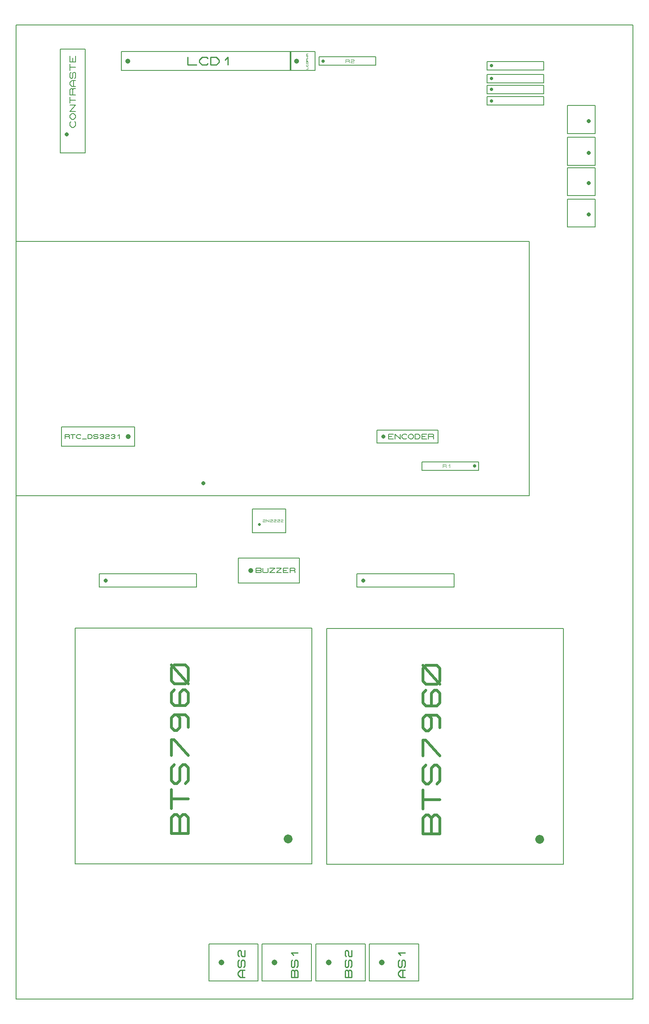
<source format=gbr>
G04 PROTEUS GERBER X2 FILE*
%TF.GenerationSoftware,Labcenter,Proteus,8.11-SP0-Build30052*%
%TF.CreationDate,2022-02-17T19:40:43+00:00*%
%TF.FileFunction,AssemblyDrawing,Top*%
%TF.FilePolarity,Positive*%
%TF.Part,Single*%
%TF.SameCoordinates,{fa563668-36b4-49a2-8e21-0a91219477cd}*%
%FSLAX45Y45*%
%MOMM*%
G01*
%TA.AperFunction,Profile*%
%ADD20C,0.203200*%
%TA.AperFunction,Material*%
%ADD24C,0.203200*%
%ADD34C,0.812800*%
%ADD35C,1.828800*%
%ADD36C,0.583020*%
%ADD37C,1.219200*%
%ADD38C,0.229610*%
%ADD39C,1.016000*%
%ADD40C,0.266700*%
%ADD41C,0.063330*%
%ADD42C,0.156020*%
%ADD43C,0.159170*%
%ADD44C,0.191910*%
%ADD45C,0.609600*%
%ADD46C,0.084240*%
%ADD47C,0.711200*%
%ADD48C,0.110230*%
%ADD49C,0.133600*%
%TD.AperFunction*%
D20*
X-11500000Y-9450000D02*
X+1500000Y-9450000D01*
X+1500000Y+11050000D01*
X-11500000Y+11050000D01*
X-11500000Y-9450000D01*
D24*
X-9745160Y-777160D02*
X-7692840Y-777160D01*
X-7692840Y-502840D01*
X-9745160Y-502840D01*
X-9745160Y-777160D01*
D34*
X-9608000Y-640000D02*
X-9608000Y-640000D01*
D24*
X-4320160Y-777160D02*
X-2267840Y-777160D01*
X-2267840Y-502840D01*
X-4320160Y-502840D01*
X-4320160Y-777160D01*
D34*
X-4183000Y-640000D02*
X-4183000Y-640000D01*
D24*
X-4949860Y-6610460D02*
X+36160Y-6610460D01*
X+36160Y-1649840D01*
X-4949860Y-1649840D01*
X-4949860Y-6610460D01*
D35*
X-464000Y-6090000D02*
X-464000Y-6090000D01*
D36*
X-2577742Y-5966673D02*
X-2927557Y-5966673D01*
X-2927557Y-5638723D01*
X-2869254Y-5573133D01*
X-2810952Y-5573133D01*
X-2752650Y-5638723D01*
X-2694347Y-5573133D01*
X-2636045Y-5573133D01*
X-2577742Y-5638723D01*
X-2577742Y-5966673D01*
X-2752650Y-5966673D02*
X-2752650Y-5638723D01*
X-2927557Y-5441952D02*
X-2927557Y-5048412D01*
X-2927557Y-5245182D02*
X-2577742Y-5245182D01*
X-2636045Y-4917231D02*
X-2577742Y-4851641D01*
X-2577742Y-4589281D01*
X-2636045Y-4523691D01*
X-2694347Y-4523691D01*
X-2752650Y-4589281D01*
X-2752650Y-4851641D01*
X-2810952Y-4917231D01*
X-2869254Y-4917231D01*
X-2927557Y-4851641D01*
X-2927557Y-4589281D01*
X-2869254Y-4523691D01*
X-2927557Y-4326920D02*
X-2927557Y-3998970D01*
X-2869254Y-3998970D01*
X-2577742Y-4326920D01*
X-2810952Y-3474249D02*
X-2752650Y-3539839D01*
X-2752650Y-3736609D01*
X-2810952Y-3802199D01*
X-2869254Y-3802199D01*
X-2927557Y-3736609D01*
X-2927557Y-3539839D01*
X-2869254Y-3474249D01*
X-2636045Y-3474249D01*
X-2577742Y-3539839D01*
X-2577742Y-3736609D01*
X-2869254Y-2949528D02*
X-2927557Y-3015118D01*
X-2927557Y-3211888D01*
X-2869254Y-3277478D01*
X-2636045Y-3277478D01*
X-2577742Y-3211888D01*
X-2577742Y-3015118D01*
X-2636045Y-2949528D01*
X-2694347Y-2949528D01*
X-2752650Y-3015118D01*
X-2752650Y-3277478D01*
X-2636045Y-2818347D02*
X-2869254Y-2818347D01*
X-2927557Y-2752757D01*
X-2927557Y-2490397D01*
X-2869254Y-2424807D01*
X-2636045Y-2424807D01*
X-2577742Y-2490397D01*
X-2577742Y-2752757D01*
X-2636045Y-2818347D01*
X-2577742Y-2818347D02*
X-2927557Y-2424807D01*
D24*
X-10249860Y-6600460D02*
X-5263840Y-6600460D01*
X-5263840Y-1639840D01*
X-10249860Y-1639840D01*
X-10249860Y-6600460D01*
D35*
X-5764000Y-6080000D02*
X-5764000Y-6080000D01*
D36*
X-7877742Y-5956673D02*
X-8227557Y-5956673D01*
X-8227557Y-5628723D01*
X-8169254Y-5563133D01*
X-8110952Y-5563133D01*
X-8052650Y-5628723D01*
X-7994347Y-5563133D01*
X-7936045Y-5563133D01*
X-7877742Y-5628723D01*
X-7877742Y-5956673D01*
X-8052650Y-5956673D02*
X-8052650Y-5628723D01*
X-8227557Y-5431952D02*
X-8227557Y-5038412D01*
X-8227557Y-5235182D02*
X-7877742Y-5235182D01*
X-7936045Y-4907231D02*
X-7877742Y-4841641D01*
X-7877742Y-4579281D01*
X-7936045Y-4513691D01*
X-7994347Y-4513691D01*
X-8052650Y-4579281D01*
X-8052650Y-4841641D01*
X-8110952Y-4907231D01*
X-8169254Y-4907231D01*
X-8227557Y-4841641D01*
X-8227557Y-4579281D01*
X-8169254Y-4513691D01*
X-8227557Y-4316920D02*
X-8227557Y-3988970D01*
X-8169254Y-3988970D01*
X-7877742Y-4316920D01*
X-8110952Y-3464249D02*
X-8052650Y-3529839D01*
X-8052650Y-3726609D01*
X-8110952Y-3792199D01*
X-8169254Y-3792199D01*
X-8227557Y-3726609D01*
X-8227557Y-3529839D01*
X-8169254Y-3464249D01*
X-7936045Y-3464249D01*
X-7877742Y-3529839D01*
X-7877742Y-3726609D01*
X-8169254Y-2939528D02*
X-8227557Y-3005118D01*
X-8227557Y-3201888D01*
X-8169254Y-3267478D01*
X-7936045Y-3267478D01*
X-7877742Y-3201888D01*
X-7877742Y-3005118D01*
X-7936045Y-2939528D01*
X-7994347Y-2939528D01*
X-8052650Y-3005118D01*
X-8052650Y-3267478D01*
X-7936045Y-2808347D02*
X-8169254Y-2808347D01*
X-8227557Y-2742757D01*
X-8227557Y-2480397D01*
X-8169254Y-2414807D01*
X-7936045Y-2414807D01*
X-7877742Y-2480397D01*
X-7877742Y-2742757D01*
X-7936045Y-2808347D01*
X-7877742Y-2808347D02*
X-8227557Y-2414807D01*
D24*
X-4054160Y-9071160D02*
X-3017840Y-9071160D01*
X-3017840Y-8288840D01*
X-4054160Y-8288840D01*
X-4054160Y-9071160D01*
D37*
X-3790000Y-8680000D02*
X-3790000Y-8680000D01*
D38*
X-3304555Y-8989981D02*
X-3396401Y-8989981D01*
X-3442324Y-8938318D01*
X-3442324Y-8886654D01*
X-3396401Y-8834991D01*
X-3304555Y-8834991D01*
X-3350478Y-8989981D02*
X-3350478Y-8834991D01*
X-3327516Y-8783327D02*
X-3304555Y-8757496D01*
X-3304555Y-8654169D01*
X-3327516Y-8628337D01*
X-3350478Y-8628337D01*
X-3373440Y-8654169D01*
X-3373440Y-8757496D01*
X-3396401Y-8783327D01*
X-3419363Y-8783327D01*
X-3442324Y-8757496D01*
X-3442324Y-8654169D01*
X-3419363Y-8628337D01*
X-3396401Y-8525010D02*
X-3442324Y-8473346D01*
X-3304555Y-8473346D01*
D24*
X-7434540Y-9071160D02*
X-6398220Y-9071160D01*
X-6398220Y-8288840D01*
X-7434540Y-8288840D01*
X-7434540Y-9071160D01*
D37*
X-7170380Y-8680000D02*
X-7170380Y-8680000D01*
D38*
X-6684935Y-8989981D02*
X-6776781Y-8989981D01*
X-6822704Y-8938318D01*
X-6822704Y-8886654D01*
X-6776781Y-8834991D01*
X-6684935Y-8834991D01*
X-6730858Y-8989981D02*
X-6730858Y-8834991D01*
X-6707896Y-8783327D02*
X-6684935Y-8757496D01*
X-6684935Y-8654169D01*
X-6707896Y-8628337D01*
X-6730858Y-8628337D01*
X-6753820Y-8654169D01*
X-6753820Y-8757496D01*
X-6776781Y-8783327D01*
X-6799743Y-8783327D01*
X-6822704Y-8757496D01*
X-6822704Y-8654169D01*
X-6799743Y-8628337D01*
X-6799743Y-8550842D02*
X-6822704Y-8525010D01*
X-6822704Y-8447515D01*
X-6799743Y-8421683D01*
X-6776781Y-8421683D01*
X-6753820Y-8447515D01*
X-6753820Y-8525010D01*
X-6730858Y-8550842D01*
X-6684935Y-8550842D01*
X-6684935Y-8421683D01*
D24*
X-6314160Y-9071160D02*
X-5277840Y-9071160D01*
X-5277840Y-8288840D01*
X-6314160Y-8288840D01*
X-6314160Y-9071160D01*
D37*
X-6050000Y-8680000D02*
X-6050000Y-8680000D01*
D38*
X-5564555Y-8989981D02*
X-5702324Y-8989981D01*
X-5702324Y-8860823D01*
X-5679363Y-8834991D01*
X-5656401Y-8834991D01*
X-5633440Y-8860823D01*
X-5610478Y-8834991D01*
X-5587516Y-8834991D01*
X-5564555Y-8860823D01*
X-5564555Y-8989981D01*
X-5633440Y-8989981D02*
X-5633440Y-8860823D01*
X-5587516Y-8783327D02*
X-5564555Y-8757496D01*
X-5564555Y-8654169D01*
X-5587516Y-8628337D01*
X-5610478Y-8628337D01*
X-5633440Y-8654169D01*
X-5633440Y-8757496D01*
X-5656401Y-8783327D01*
X-5679363Y-8783327D01*
X-5702324Y-8757496D01*
X-5702324Y-8654169D01*
X-5679363Y-8628337D01*
X-5656401Y-8525010D02*
X-5702324Y-8473346D01*
X-5564555Y-8473346D01*
D24*
X-5179160Y-9071160D02*
X-4142840Y-9071160D01*
X-4142840Y-8288840D01*
X-5179160Y-8288840D01*
X-5179160Y-9071160D01*
D37*
X-4915000Y-8680000D02*
X-4915000Y-8680000D01*
D38*
X-4429555Y-8989981D02*
X-4567324Y-8989981D01*
X-4567324Y-8860823D01*
X-4544363Y-8834991D01*
X-4521401Y-8834991D01*
X-4498440Y-8860823D01*
X-4475478Y-8834991D01*
X-4452516Y-8834991D01*
X-4429555Y-8860823D01*
X-4429555Y-8989981D01*
X-4498440Y-8989981D02*
X-4498440Y-8860823D01*
X-4452516Y-8783327D02*
X-4429555Y-8757496D01*
X-4429555Y-8654169D01*
X-4452516Y-8628337D01*
X-4475478Y-8628337D01*
X-4498440Y-8654169D01*
X-4498440Y-8757496D01*
X-4521401Y-8783327D01*
X-4544363Y-8783327D01*
X-4567324Y-8757496D01*
X-4567324Y-8654169D01*
X-4544363Y-8628337D01*
X-4544363Y-8550842D02*
X-4567324Y-8525010D01*
X-4567324Y-8447515D01*
X-4544363Y-8421683D01*
X-4521401Y-8421683D01*
X-4498440Y-8447515D01*
X-4498440Y-8525010D01*
X-4475478Y-8550842D01*
X-4429555Y-8550842D01*
X-4429555Y-8421683D01*
D24*
X-9279160Y+10089340D02*
X-5706840Y+10089340D01*
X-5706840Y+10490660D01*
X-9279160Y+10490660D01*
X-9279160Y+10089340D01*
D39*
X-9142000Y+10290000D02*
X-9142000Y+10290000D01*
D40*
X-7879080Y+10370010D02*
X-7879080Y+10209990D01*
X-7699058Y+10209990D01*
X-7459028Y+10236660D02*
X-7489032Y+10209990D01*
X-7579043Y+10209990D01*
X-7639050Y+10263330D01*
X-7639050Y+10316670D01*
X-7579043Y+10370010D01*
X-7489032Y+10370010D01*
X-7459028Y+10343340D01*
X-7399020Y+10209990D02*
X-7399020Y+10370010D01*
X-7279005Y+10370010D01*
X-7218998Y+10316670D01*
X-7218998Y+10263330D01*
X-7279005Y+10209990D01*
X-7399020Y+10209990D01*
X-7098983Y+10316670D02*
X-7038975Y+10370010D01*
X-7038975Y+10209990D01*
D24*
X-5726160Y+10089840D02*
X-5195840Y+10089840D01*
X-5195840Y+10490160D01*
X-5726160Y+10490160D01*
X-5726160Y+10089840D01*
D39*
X-5590000Y+10290000D02*
X-5590000Y+10290000D01*
D41*
X-5386520Y+10119003D02*
X-5348520Y+10119003D01*
X-5348520Y+10161752D01*
X-5354853Y+10218751D02*
X-5348520Y+10211626D01*
X-5348520Y+10190251D01*
X-5361187Y+10176002D01*
X-5373853Y+10176002D01*
X-5386520Y+10190251D01*
X-5386520Y+10211626D01*
X-5380187Y+10218751D01*
X-5348520Y+10233001D02*
X-5386520Y+10233001D01*
X-5386520Y+10261500D01*
X-5373853Y+10275750D01*
X-5361187Y+10275750D01*
X-5348520Y+10261500D01*
X-5348520Y+10233001D01*
X-5348520Y+10290000D02*
X-5386520Y+10290000D01*
X-5386520Y+10325624D01*
X-5380187Y+10332749D01*
X-5373853Y+10332749D01*
X-5367520Y+10325624D01*
X-5367520Y+10290000D01*
X-5386520Y+10346999D02*
X-5348520Y+10346999D01*
X-5367520Y+10368373D01*
X-5348520Y+10389748D01*
X-5386520Y+10389748D01*
X-5348520Y+10403998D02*
X-5386520Y+10403998D01*
X-5386520Y+10439622D01*
X-5380187Y+10446747D01*
X-5373853Y+10446747D01*
X-5367520Y+10439622D01*
X-5367520Y+10403998D01*
X-5367520Y+10439622D02*
X-5361187Y+10446747D01*
X-5348520Y+10446747D01*
D24*
X-3895160Y+2251090D02*
X-2604840Y+2251090D01*
X-2604840Y+2525410D01*
X-3895160Y+2525410D01*
X-3895160Y+2251090D01*
D34*
X-3758000Y+2388250D02*
X-3758000Y+2388250D01*
D42*
X-3547269Y+2341441D02*
X-3652587Y+2341441D01*
X-3652587Y+2435058D01*
X-3547269Y+2435058D01*
X-3652587Y+2388250D02*
X-3582375Y+2388250D01*
X-3512162Y+2341441D02*
X-3512162Y+2435058D01*
X-3406844Y+2341441D01*
X-3406844Y+2435058D01*
X-3266419Y+2357044D02*
X-3283972Y+2341441D01*
X-3336631Y+2341441D01*
X-3371737Y+2372647D01*
X-3371737Y+2403852D01*
X-3336631Y+2435058D01*
X-3283972Y+2435058D01*
X-3266419Y+2419455D01*
X-3231312Y+2403852D02*
X-3196206Y+2435058D01*
X-3161100Y+2435058D01*
X-3125994Y+2403852D01*
X-3125994Y+2372647D01*
X-3161100Y+2341441D01*
X-3196206Y+2341441D01*
X-3231312Y+2372647D01*
X-3231312Y+2403852D01*
X-3090887Y+2341441D02*
X-3090887Y+2435058D01*
X-3020675Y+2435058D01*
X-2985569Y+2403852D01*
X-2985569Y+2372647D01*
X-3020675Y+2341441D01*
X-3090887Y+2341441D01*
X-2845144Y+2341441D02*
X-2950462Y+2341441D01*
X-2950462Y+2435058D01*
X-2845144Y+2435058D01*
X-2950462Y+2388250D02*
X-2880250Y+2388250D01*
X-2810037Y+2341441D02*
X-2810037Y+2435058D01*
X-2722272Y+2435058D01*
X-2704719Y+2419455D01*
X-2704719Y+2403852D01*
X-2722272Y+2388250D01*
X-2810037Y+2388250D01*
X-2722272Y+2388250D02*
X-2704719Y+2372647D01*
X-2704719Y+2341441D01*
D24*
X-6816160Y-694160D02*
X-5525840Y-694160D01*
X-5525840Y-165840D01*
X-6816160Y-165840D01*
X-6816160Y-694160D01*
D39*
X-6552000Y-430000D02*
X-6552000Y-430000D01*
D43*
X-6443285Y-477752D02*
X-6443285Y-382248D01*
X-6353751Y-382248D01*
X-6335844Y-398165D01*
X-6335844Y-414083D01*
X-6353751Y-430000D01*
X-6335844Y-445917D01*
X-6335844Y-461835D01*
X-6353751Y-477752D01*
X-6443285Y-477752D01*
X-6443285Y-430000D02*
X-6353751Y-430000D01*
X-6300030Y-382248D02*
X-6300030Y-461835D01*
X-6282124Y-477752D01*
X-6210496Y-477752D01*
X-6192589Y-461835D01*
X-6192589Y-382248D01*
X-6156775Y-382248D02*
X-6049334Y-382248D01*
X-6156775Y-477752D01*
X-6049334Y-477752D01*
X-6013520Y-382248D02*
X-5906079Y-382248D01*
X-6013520Y-477752D01*
X-5906079Y-477752D01*
X-5762824Y-477752D02*
X-5870265Y-477752D01*
X-5870265Y-382248D01*
X-5762824Y-382248D01*
X-5870265Y-430000D02*
X-5798638Y-430000D01*
X-5727010Y-477752D02*
X-5727010Y-382248D01*
X-5637476Y-382248D01*
X-5619569Y-398165D01*
X-5619569Y-414083D01*
X-5637476Y-430000D01*
X-5727010Y-430000D01*
X-5637476Y-430000D02*
X-5619569Y-445917D01*
X-5619569Y-477752D01*
D24*
X-10567160Y+8358840D02*
X-10038840Y+8358840D01*
X-10038840Y+10538160D01*
X-10567160Y+10538160D01*
X-10567160Y+8358840D01*
D34*
X-10430000Y+8750000D02*
X-10430000Y+8750000D01*
D44*
X-10264618Y+9016704D02*
X-10245427Y+8995114D01*
X-10245427Y+8930344D01*
X-10283809Y+8887165D01*
X-10322191Y+8887165D01*
X-10360573Y+8930344D01*
X-10360573Y+8995114D01*
X-10341382Y+9016704D01*
X-10322191Y+9059884D02*
X-10360573Y+9103063D01*
X-10360573Y+9146243D01*
X-10322191Y+9189423D01*
X-10283809Y+9189423D01*
X-10245427Y+9146243D01*
X-10245427Y+9103063D01*
X-10283809Y+9059884D01*
X-10322191Y+9059884D01*
X-10245427Y+9232603D02*
X-10360573Y+9232603D01*
X-10245427Y+9362142D01*
X-10360573Y+9362142D01*
X-10360573Y+9405322D02*
X-10360573Y+9534861D01*
X-10360573Y+9470091D02*
X-10245427Y+9470091D01*
X-10245427Y+9578041D02*
X-10360573Y+9578041D01*
X-10360573Y+9685990D01*
X-10341382Y+9707580D01*
X-10322191Y+9707580D01*
X-10303000Y+9685990D01*
X-10303000Y+9578041D01*
X-10303000Y+9685990D02*
X-10283809Y+9707580D01*
X-10245427Y+9707580D01*
X-10245427Y+9750760D02*
X-10322191Y+9750760D01*
X-10360573Y+9793939D01*
X-10360573Y+9837119D01*
X-10322191Y+9880299D01*
X-10245427Y+9880299D01*
X-10283809Y+9750760D02*
X-10283809Y+9880299D01*
X-10264618Y+9923479D02*
X-10245427Y+9945068D01*
X-10245427Y+10031428D01*
X-10264618Y+10053018D01*
X-10283809Y+10053018D01*
X-10303000Y+10031428D01*
X-10303000Y+9945068D01*
X-10322191Y+9923479D01*
X-10341382Y+9923479D01*
X-10360573Y+9945068D01*
X-10360573Y+10031428D01*
X-10341382Y+10053018D01*
X-10360573Y+10096198D02*
X-10360573Y+10225737D01*
X-10360573Y+10160967D02*
X-10245427Y+10160967D01*
X-10245427Y+10398456D02*
X-10245427Y+10268917D01*
X-10360573Y+10268917D01*
X-10360573Y+10398456D01*
X-10303000Y+10268917D02*
X-10303000Y+10355276D01*
D24*
X-6524060Y+364740D02*
X-5817940Y+364740D01*
X-5817940Y+867660D01*
X-6524060Y+867660D01*
X-6524060Y+364740D01*
D45*
X-6374200Y+540000D02*
X-6374200Y+540000D01*
D46*
X-6298807Y+633049D02*
X-6289330Y+641473D01*
X-6260898Y+641473D01*
X-6251421Y+633049D01*
X-6251421Y+624624D01*
X-6260898Y+616200D01*
X-6289330Y+616200D01*
X-6298807Y+607776D01*
X-6298807Y+590927D01*
X-6251421Y+590927D01*
X-6232466Y+590927D02*
X-6232466Y+641473D01*
X-6175603Y+590927D01*
X-6175603Y+641473D01*
X-6147171Y+633049D02*
X-6137694Y+641473D01*
X-6109262Y+641473D01*
X-6099785Y+633049D01*
X-6099785Y+624624D01*
X-6109262Y+616200D01*
X-6137694Y+616200D01*
X-6147171Y+607776D01*
X-6147171Y+590927D01*
X-6099785Y+590927D01*
X-6071353Y+633049D02*
X-6061876Y+641473D01*
X-6033444Y+641473D01*
X-6023967Y+633049D01*
X-6023967Y+624624D01*
X-6033444Y+616200D01*
X-6061876Y+616200D01*
X-6071353Y+607776D01*
X-6071353Y+590927D01*
X-6023967Y+590927D01*
X-5995535Y+633049D02*
X-5986058Y+641473D01*
X-5957626Y+641473D01*
X-5948149Y+633049D01*
X-5948149Y+624624D01*
X-5957626Y+616200D01*
X-5986058Y+616200D01*
X-5995535Y+607776D01*
X-5995535Y+590927D01*
X-5948149Y+590927D01*
X-5919717Y+633049D02*
X-5910240Y+641473D01*
X-5881808Y+641473D01*
X-5872331Y+633049D01*
X-5872331Y+624624D01*
X-5881808Y+616200D01*
X-5910240Y+616200D01*
X-5919717Y+607776D01*
X-5919717Y+590927D01*
X-5872331Y+590927D01*
D24*
X-2944900Y+1681100D02*
X-1751100Y+1681100D01*
X-1751100Y+1858900D01*
X-2944900Y+1858900D01*
X-2944900Y+1681100D01*
D47*
X-1840000Y+1770000D02*
X-1840000Y+1770000D01*
D48*
X-2509442Y+1736929D02*
X-2509442Y+1803070D01*
X-2447435Y+1803070D01*
X-2435033Y+1792047D01*
X-2435033Y+1781023D01*
X-2447435Y+1770000D01*
X-2509442Y+1770000D01*
X-2447435Y+1770000D02*
X-2435033Y+1758976D01*
X-2435033Y+1736929D01*
X-2385427Y+1781023D02*
X-2360624Y+1803070D01*
X-2360624Y+1736929D01*
D24*
X-5114900Y+10199251D02*
X-3921100Y+10199251D01*
X-3921100Y+10377051D01*
X-5114900Y+10377051D01*
X-5114900Y+10199251D01*
D47*
X-5026000Y+10288151D02*
X-5026000Y+10288151D01*
D48*
X-4554982Y+10255080D02*
X-4554982Y+10321221D01*
X-4492975Y+10321221D01*
X-4480573Y+10310198D01*
X-4480573Y+10299174D01*
X-4492975Y+10288151D01*
X-4554982Y+10288151D01*
X-4492975Y+10288151D02*
X-4480573Y+10277127D01*
X-4480573Y+10255080D01*
X-4443369Y+10310198D02*
X-4430967Y+10321221D01*
X-4393763Y+10321221D01*
X-4381361Y+10310198D01*
X-4381361Y+10299174D01*
X-4393763Y+10288151D01*
X-4430967Y+10288151D01*
X-4443369Y+10277127D01*
X-4443369Y+10255080D01*
X-4381361Y+10255080D01*
D24*
X-11501160Y+1139840D02*
X-685840Y+1139840D01*
X-685840Y+6494160D01*
X-11501160Y+6494160D01*
X-11501160Y+1139840D01*
D34*
X-7554000Y+1404000D02*
X-7554000Y+1404000D01*
D24*
X-10543160Y+2187590D02*
X-8998840Y+2187590D01*
X-8998840Y+2588910D01*
X-10543160Y+2588910D01*
X-10543160Y+2187590D01*
D39*
X-9136000Y+2388250D02*
X-9136000Y+2388250D01*
D49*
X-10466195Y+2348168D02*
X-10466195Y+2428331D01*
X-10391044Y+2428331D01*
X-10376013Y+2414970D01*
X-10376013Y+2401610D01*
X-10391044Y+2388250D01*
X-10466195Y+2388250D01*
X-10391044Y+2388250D02*
X-10376013Y+2374889D01*
X-10376013Y+2348168D01*
X-10345952Y+2428331D02*
X-10255770Y+2428331D01*
X-10300861Y+2428331D02*
X-10300861Y+2348168D01*
X-10135527Y+2361529D02*
X-10150558Y+2348168D01*
X-10195649Y+2348168D01*
X-10225709Y+2374889D01*
X-10225709Y+2401610D01*
X-10195649Y+2428331D01*
X-10150558Y+2428331D01*
X-10135527Y+2414970D01*
X-10105466Y+2334808D02*
X-10015284Y+2334808D01*
X-9985223Y+2348168D02*
X-9985223Y+2428331D01*
X-9925102Y+2428331D01*
X-9895041Y+2401610D01*
X-9895041Y+2374889D01*
X-9925102Y+2348168D01*
X-9985223Y+2348168D01*
X-9864980Y+2361529D02*
X-9849950Y+2348168D01*
X-9789829Y+2348168D01*
X-9774798Y+2361529D01*
X-9774798Y+2374889D01*
X-9789829Y+2388250D01*
X-9849950Y+2388250D01*
X-9864980Y+2401610D01*
X-9864980Y+2414970D01*
X-9849950Y+2428331D01*
X-9789829Y+2428331D01*
X-9774798Y+2414970D01*
X-9729707Y+2414970D02*
X-9714677Y+2428331D01*
X-9669586Y+2428331D01*
X-9654555Y+2414970D01*
X-9654555Y+2401610D01*
X-9669586Y+2388250D01*
X-9654555Y+2374889D01*
X-9654555Y+2361529D01*
X-9669586Y+2348168D01*
X-9714677Y+2348168D01*
X-9729707Y+2361529D01*
X-9699646Y+2388250D02*
X-9669586Y+2388250D01*
X-9609464Y+2414970D02*
X-9594434Y+2428331D01*
X-9549343Y+2428331D01*
X-9534312Y+2414970D01*
X-9534312Y+2401610D01*
X-9549343Y+2388250D01*
X-9594434Y+2388250D01*
X-9609464Y+2374889D01*
X-9609464Y+2348168D01*
X-9534312Y+2348168D01*
X-9489221Y+2414970D02*
X-9474191Y+2428331D01*
X-9429100Y+2428331D01*
X-9414069Y+2414970D01*
X-9414069Y+2401610D01*
X-9429100Y+2388250D01*
X-9414069Y+2374889D01*
X-9414069Y+2361529D01*
X-9429100Y+2348168D01*
X-9474191Y+2348168D01*
X-9489221Y+2361529D01*
X-9459160Y+2388250D02*
X-9429100Y+2388250D01*
X-9353948Y+2401610D02*
X-9323887Y+2428331D01*
X-9323887Y+2348168D01*
D24*
X+114340Y+8765840D02*
X+706160Y+8765840D01*
X+706160Y+9357660D01*
X+114340Y+9357660D01*
X+114340Y+8765840D01*
D34*
X+569000Y+9030000D02*
X+569000Y+9030000D01*
D24*
X+114340Y+8095840D02*
X+706160Y+8095840D01*
X+706160Y+8687660D01*
X+114340Y+8687660D01*
X+114340Y+8095840D01*
D34*
X+569000Y+8360000D02*
X+569000Y+8360000D01*
D24*
X+114340Y+7455840D02*
X+706160Y+7455840D01*
X+706160Y+8047660D01*
X+114340Y+8047660D01*
X+114340Y+7455840D01*
D34*
X+569000Y+7720000D02*
X+569000Y+7720000D01*
D24*
X+114340Y+6795840D02*
X+706160Y+6795840D01*
X+706160Y+7387660D01*
X+114340Y+7387660D01*
X+114340Y+6795840D01*
D34*
X+569000Y+7060000D02*
X+569000Y+7060000D01*
D24*
X-1573900Y+9362850D02*
X-380100Y+9362850D01*
X-380100Y+9540650D01*
X-1573900Y+9540650D01*
X-1573900Y+9362850D01*
D47*
X-1485000Y+9451750D02*
X-1485000Y+9451750D01*
D24*
X-1573900Y+9602850D02*
X-380100Y+9602850D01*
X-380100Y+9780650D01*
X-1573900Y+9780650D01*
X-1573900Y+9602850D01*
D47*
X-1485000Y+9691750D02*
X-1485000Y+9691750D01*
D24*
X-1573900Y+9832850D02*
X-380100Y+9832850D01*
X-380100Y+10010650D01*
X-1573900Y+10010650D01*
X-1573900Y+9832850D01*
D47*
X-1485000Y+9921750D02*
X-1485000Y+9921750D01*
D24*
X-1573900Y+10102850D02*
X-380100Y+10102850D01*
X-380100Y+10280650D01*
X-1573900Y+10280650D01*
X-1573900Y+10102850D01*
D47*
X-1485000Y+10191750D02*
X-1485000Y+10191750D01*
M02*

</source>
